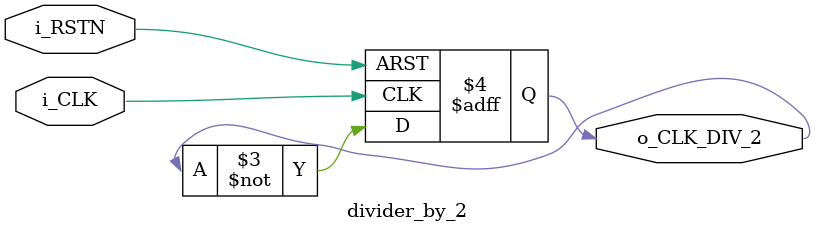
<source format=v>
module divider_by_2 (
  input i_CLK,
  input i_RSTN,
  output reg o_CLK_DIV_2
  );

  always @ ( posedge i_CLK, negedge i_RSTN ) begin
    if(!i_RSTN) o_CLK_DIV_2 <= 1'b0;
    else o_CLK_DIV_2 <= ~o_CLK_DIV_2;
  end

endmodule //divider_by_2

</source>
